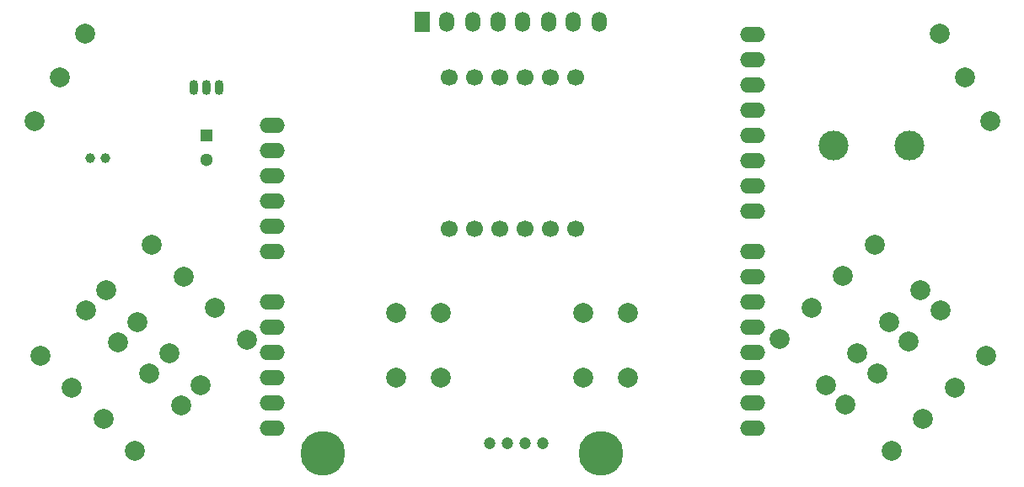
<source format=gbr>
G04 #@! TF.FileFunction,Soldermask,Bot*
%FSLAX46Y46*%
G04 Gerber Fmt 4.6, Leading zero omitted, Abs format (unit mm)*
G04 Created by KiCad (PCBNEW 4.0.6) date 10/20/17 11:23:05*
%MOMM*%
%LPD*%
G01*
G04 APERTURE LIST*
%ADD10C,0.300000*%
%ADD11C,1.700000*%
%ADD12C,4.500000*%
%ADD13O,2.540000X1.524000*%
%ADD14C,1.200000*%
%ADD15C,1.000760*%
%ADD16C,2.000000*%
%ADD17C,3.000000*%
%ADD18O,0.899160X1.501140*%
%ADD19R,1.300000X1.300000*%
%ADD20C,1.300000*%
%ADD21O,1.500000X2.000000*%
%ADD22R,1.500000X2.000000*%
G04 APERTURE END LIST*
D10*
D11*
X139192000Y-86360000D03*
X141732000Y-86360000D03*
X144272000Y-86360000D03*
X146812000Y-86360000D03*
X149352000Y-86360000D03*
X151892000Y-86360000D03*
X151892000Y-71120000D03*
X149352000Y-71120000D03*
X146812000Y-71120000D03*
X144272000Y-71120000D03*
X141732000Y-71120000D03*
X139192000Y-71120000D03*
D12*
X126492000Y-108966000D03*
D13*
X121412000Y-106426000D03*
X121412000Y-103886000D03*
X121412000Y-101346000D03*
X121412000Y-93726000D03*
X121412000Y-96266000D03*
X121412000Y-98806000D03*
X121412000Y-88646000D03*
X121412000Y-86106000D03*
X121412000Y-83566000D03*
X121412000Y-78486000D03*
X121412000Y-75946000D03*
X169672000Y-106426000D03*
X169672000Y-103886000D03*
X169672000Y-101346000D03*
X169672000Y-98806000D03*
X169672000Y-96266000D03*
X169672000Y-93726000D03*
X169672000Y-91186000D03*
X169672000Y-88646000D03*
X169672000Y-84582000D03*
X169672000Y-82042000D03*
X169672000Y-79502000D03*
X169672000Y-76962000D03*
X169672000Y-74422000D03*
X169672000Y-71882000D03*
X169672000Y-69342000D03*
X169672000Y-66802000D03*
X121412000Y-81026000D03*
D12*
X154432000Y-108966000D03*
D14*
X143256000Y-107950000D03*
X145034000Y-107950000D03*
X148590000Y-107950000D03*
X146812000Y-107950000D03*
D15*
X103136700Y-79248000D03*
X104635300Y-79248000D03*
D16*
X97536000Y-75519409D03*
X100076000Y-71120000D03*
X102616000Y-66720591D03*
D17*
X177810160Y-77978000D03*
X185409840Y-77978000D03*
D16*
X157154000Y-101346000D03*
X152654000Y-101346000D03*
X157154000Y-94846000D03*
X152654000Y-94846000D03*
X138358000Y-101346000D03*
X133858000Y-101346000D03*
X138358000Y-94846000D03*
X133858000Y-94846000D03*
X186823981Y-105530019D03*
X183642000Y-108712000D03*
X182227786Y-100933825D03*
X179045806Y-104115806D03*
X115690019Y-94354019D03*
X118872000Y-97536000D03*
X111093825Y-98950214D03*
X114275806Y-102132194D03*
X193173981Y-99180019D03*
X189992000Y-102362000D03*
X188577786Y-94583825D03*
X185395806Y-97765806D03*
X109086019Y-100958019D03*
X112268000Y-104140000D03*
X104489825Y-105554214D03*
X107671806Y-108736194D03*
X180219981Y-98926019D03*
X177038000Y-102108000D03*
X175623786Y-94329825D03*
X172441806Y-97511806D03*
X102736019Y-94608019D03*
X105918000Y-97790000D03*
X98139825Y-99204214D03*
X101321806Y-102386194D03*
X186569981Y-92576019D03*
X183388000Y-95758000D03*
X181973786Y-87979825D03*
X178791806Y-91161806D03*
X109340019Y-88004019D03*
X112522000Y-91186000D03*
X104743825Y-92600214D03*
X107925806Y-95782194D03*
D18*
X114808000Y-72136000D03*
X113538000Y-72136000D03*
X116078000Y-72136000D03*
D19*
X114808000Y-76962000D03*
D20*
X114808000Y-79462000D03*
D16*
X188468000Y-66720591D03*
X191008000Y-71120000D03*
X193548000Y-75519409D03*
D21*
X144100000Y-65550000D03*
X141600000Y-65550000D03*
X139000000Y-65550000D03*
D22*
X136500000Y-65550000D03*
D21*
X146600000Y-65550000D03*
X149200000Y-65550000D03*
X151700000Y-65550000D03*
X154300000Y-65550000D03*
M02*

</source>
